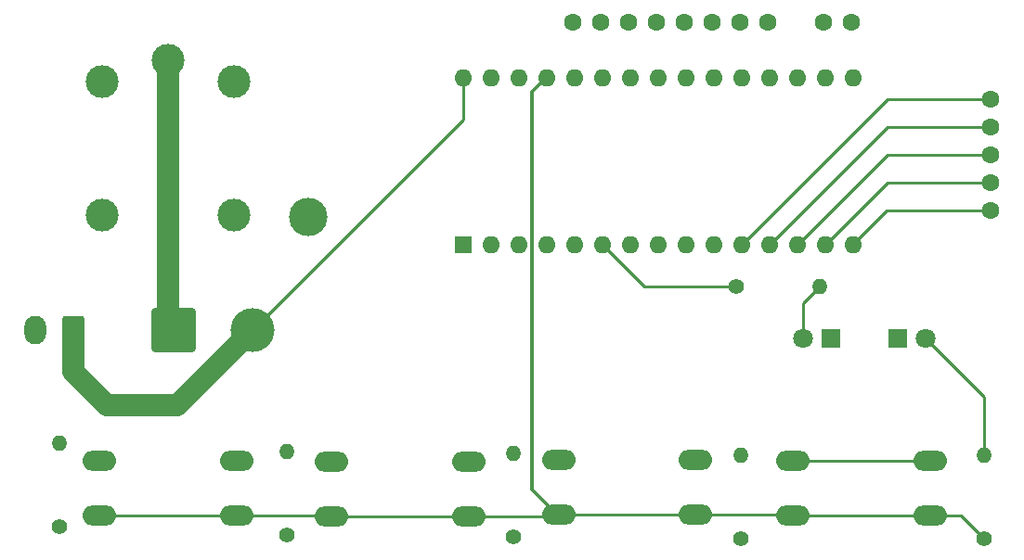
<source format=gbr>
%TF.GenerationSoftware,KiCad,Pcbnew,(6.0.7)*%
%TF.CreationDate,2023-08-25T11:33:14-04:00*%
%TF.ProjectId,Timer V4,54696d65-7220-4563-942e-6b696361645f,rev?*%
%TF.SameCoordinates,Original*%
%TF.FileFunction,Copper,L2,Bot*%
%TF.FilePolarity,Positive*%
%FSLAX46Y46*%
G04 Gerber Fmt 4.6, Leading zero omitted, Abs format (unit mm)*
G04 Created by KiCad (PCBNEW (6.0.7)) date 2023-08-25 11:33:14*
%MOMM*%
%LPD*%
G01*
G04 APERTURE LIST*
G04 Aperture macros list*
%AMRoundRect*
0 Rectangle with rounded corners*
0 $1 Rounding radius*
0 $2 $3 $4 $5 $6 $7 $8 $9 X,Y pos of 4 corners*
0 Add a 4 corners polygon primitive as box body*
4,1,4,$2,$3,$4,$5,$6,$7,$8,$9,$2,$3,0*
0 Add four circle primitives for the rounded corners*
1,1,$1+$1,$2,$3*
1,1,$1+$1,$4,$5*
1,1,$1+$1,$6,$7*
1,1,$1+$1,$8,$9*
0 Add four rect primitives between the rounded corners*
20,1,$1+$1,$2,$3,$4,$5,0*
20,1,$1+$1,$4,$5,$6,$7,0*
20,1,$1+$1,$6,$7,$8,$9,0*
20,1,$1+$1,$8,$9,$2,$3,0*%
G04 Aperture macros list end*
%TA.AperFunction,ComponentPad*%
%ADD10C,3.500000*%
%TD*%
%TA.AperFunction,ComponentPad*%
%ADD11C,1.600000*%
%TD*%
%TA.AperFunction,ComponentPad*%
%ADD12RoundRect,0.250000X0.750000X1.050000X-0.750000X1.050000X-0.750000X-1.050000X0.750000X-1.050000X0*%
%TD*%
%TA.AperFunction,ComponentPad*%
%ADD13O,2.000000X2.600000*%
%TD*%
%TA.AperFunction,ComponentPad*%
%ADD14O,3.048000X1.850000*%
%TD*%
%TA.AperFunction,ComponentPad*%
%ADD15C,1.400000*%
%TD*%
%TA.AperFunction,ComponentPad*%
%ADD16O,1.400000X1.400000*%
%TD*%
%TA.AperFunction,ComponentPad*%
%ADD17C,4.000000*%
%TD*%
%TA.AperFunction,ComponentPad*%
%ADD18RoundRect,0.250000X-1.750000X-1.750000X1.750000X-1.750000X1.750000X1.750000X-1.750000X1.750000X0*%
%TD*%
%TA.AperFunction,ComponentPad*%
%ADD19C,3.000000*%
%TD*%
%TA.AperFunction,ComponentPad*%
%ADD20R,1.800000X1.800000*%
%TD*%
%TA.AperFunction,ComponentPad*%
%ADD21C,1.800000*%
%TD*%
%TA.AperFunction,ComponentPad*%
%ADD22R,1.600000X1.600000*%
%TD*%
%TA.AperFunction,ComponentPad*%
%ADD23O,1.600000X1.600000*%
%TD*%
%TA.AperFunction,Conductor*%
%ADD24C,0.250000*%
%TD*%
%TA.AperFunction,Conductor*%
%ADD25C,0.350000*%
%TD*%
%TA.AperFunction,Conductor*%
%ADD26C,2.000000*%
%TD*%
G04 APERTURE END LIST*
D10*
%TO.P,GND,*%
%TO.N,*%
X135255000Y-71755000D03*
%TD*%
D11*
%TO.P,D10,*%
%TO.N,unconnected-(A1-Pad13)*%
X197485000Y-66040000D03*
%TD*%
%TO.P,D9,*%
%TO.N,unconnected-(A1-Pad12)*%
X197485000Y-63500000D03*
%TD*%
%TO.P,D11,*%
%TO.N,unconnected-(A1-Pad14)*%
X197485000Y-68580000D03*
%TD*%
%TO.P,D12,*%
%TO.N,unconnected-(A1-Pad15)*%
X197485000Y-71120000D03*
%TD*%
%TO.P,D8,*%
%TO.N,unconnected-(A1-Pad11)*%
X197485000Y-60960000D03*
%TD*%
%TO.P,3.3V,*%
%TO.N,unconnected-(A1-Pad17)*%
X182245000Y-53975000D03*
%TD*%
%TO.P,A4,*%
%TO.N,unconnected-(A1-Pad23)*%
X167005000Y-53975000D03*
%TD*%
%TO.P,A5,*%
%TO.N,unconnected-(A1-Pad24)*%
X164465000Y-53975000D03*
%TD*%
%TO.P,D13,*%
%TO.N,unconnected-(A1-Pad16)*%
X184785000Y-53975000D03*
%TD*%
%TO.P,A3,*%
%TO.N,unconnected-(A1-Pad22)*%
X169545000Y-53975000D03*
%TD*%
%TO.P,A2,*%
%TO.N,unconnected-(A1-Pad21)*%
X172085000Y-53975000D03*
%TD*%
%TO.P,A7,*%
%TO.N,unconnected-(A1-Pad26)*%
X159385000Y-53975000D03*
%TD*%
%TO.P,A6,*%
%TO.N,unconnected-(A1-Pad25)*%
X161925000Y-53975000D03*
%TD*%
%TO.P,A0,*%
%TO.N,unconnected-(A1-Pad19)*%
X177165000Y-53975000D03*
%TD*%
%TO.P,A1,*%
%TO.N,unconnected-(A1-Pad20)*%
X174625000Y-53975000D03*
%TD*%
D12*
%TO.P,V1,1,+*%
%TO.N,Net-(A1-Pad30)*%
X113836000Y-82042000D03*
D13*
%TO.P,V1,2,-*%
%TO.N,/GND*%
X110336000Y-82042000D03*
%TD*%
D14*
%TO.P,SW4,1,1*%
%TO.N,Net-(A1-Pad10)*%
X191914000Y-94020000D03*
X179414000Y-94020000D03*
%TO.P,SW4,2,2*%
%TO.N,Net-(A1-Pad27)*%
X191914000Y-99020000D03*
X179414000Y-99020000D03*
%TD*%
%TO.P,SW3,2,2*%
%TO.N,Net-(A1-Pad27)*%
X158058485Y-98893000D03*
X170558485Y-98893000D03*
%TO.P,SW3,1,1*%
%TO.N,Net-(A1-Pad9)*%
X158058485Y-93893000D03*
X170558485Y-93893000D03*
%TD*%
%TO.P,SW2,1,1*%
%TO.N,Net-(A1-Pad27)*%
X137359891Y-99083500D03*
X149859891Y-99083500D03*
%TO.P,SW2,2,2*%
%TO.N,Net-(A1-Pad8)*%
X137359891Y-94083500D03*
X149859891Y-94083500D03*
%TD*%
%TO.P,SW1,1,1*%
%TO.N,Net-(A1-Pad27)*%
X116188000Y-99020000D03*
X128688000Y-99020000D03*
%TO.P,SW1,2,2*%
%TO.N,Net-(A1-Pad7)*%
X116188000Y-94020000D03*
X128688000Y-94020000D03*
%TD*%
D15*
%TO.P,R6,1*%
%TO.N,Net-(A1-Pad27)*%
X196850000Y-101155500D03*
D16*
%TO.P,R6,2*%
%TO.N,Net-(D2-Pad2)*%
X196850000Y-93535500D03*
%TD*%
%TO.P,R5,2*%
%TO.N,Net-(D1-Pad2)*%
X181864000Y-78105000D03*
D15*
%TO.P,R5,1*%
%TO.N,Net-(A1-Pad6)*%
X174244000Y-78105000D03*
%TD*%
%TO.P,R4,1*%
%TO.N,/GND*%
X174677782Y-101155500D03*
D16*
%TO.P,R4,2*%
%TO.N,Net-(A1-Pad10)*%
X174677782Y-93535500D03*
%TD*%
D15*
%TO.P,R3,1*%
%TO.N,/GND*%
X153959188Y-100965000D03*
D16*
%TO.P,R3,2*%
%TO.N,Net-(A1-Pad9)*%
X153959188Y-93345000D03*
%TD*%
D15*
%TO.P,R2,1*%
%TO.N,/GND*%
X133240594Y-100774500D03*
D16*
%TO.P,R2,2*%
%TO.N,Net-(A1-Pad8)*%
X133240594Y-93154500D03*
%TD*%
D15*
%TO.P,R1,1*%
%TO.N,/GND*%
X112522000Y-100012500D03*
D16*
%TO.P,R1,2*%
%TO.N,Net-(A1-Pad7)*%
X112522000Y-92392500D03*
%TD*%
D17*
%TO.P,LS1,2,2*%
%TO.N,Net-(A1-Pad30)*%
X130136000Y-82042000D03*
D18*
%TO.P,LS1,1,1*%
%TO.N,Net-(LS1-Pad1)*%
X122936000Y-82042000D03*
%TD*%
D19*
%TO.P,Relay,11*%
%TO.N,Net-(LS1-Pad1)*%
X122428000Y-57404000D03*
%TO.P,Relay,12*%
%TO.N,unconnected-(Relay1-Pad12)*%
X128428000Y-71604000D03*
%TO.P,Relay,14*%
%TO.N,/GND*%
X116428000Y-71604000D03*
%TO.P,Relay,A1*%
X116428000Y-59404000D03*
%TO.P,Relay,A2*%
%TO.N,Net-(A1-Pad5)*%
X128428000Y-59404000D03*
%TD*%
D20*
%TO.P,D2,1,K*%
%TO.N,/GND*%
X188971000Y-82804000D03*
D21*
%TO.P,D2,2,A*%
%TO.N,Net-(D2-Pad2)*%
X191511000Y-82804000D03*
%TD*%
D20*
%TO.P,D1,1,K*%
%TO.N,/GND*%
X182885000Y-82804000D03*
D21*
%TO.P,D1,2,A*%
%TO.N,Net-(D1-Pad2)*%
X180345000Y-82804000D03*
%TD*%
D22*
%TO.P,A1,1,D1/TX*%
%TO.N,unconnected-(A1-Pad1)*%
X149352000Y-74285000D03*
D23*
%TO.P,A1,2,D0/RX*%
%TO.N,unconnected-(A1-Pad2)*%
X151892000Y-74285000D03*
%TO.P,A1,3,~{RESET}*%
%TO.N,unconnected-(A1-Pad3)*%
X154432000Y-74285000D03*
%TO.P,A1,4,GND*%
%TO.N,/GND*%
X156972000Y-74285000D03*
%TO.P,A1,5,D2*%
%TO.N,Net-(A1-Pad5)*%
X159512000Y-74285000D03*
%TO.P,A1,6,D3*%
%TO.N,Net-(A1-Pad6)*%
X162052000Y-74285000D03*
%TO.P,A1,7,D4*%
%TO.N,Net-(A1-Pad7)*%
X164592000Y-74285000D03*
%TO.P,A1,8,D5*%
%TO.N,Net-(A1-Pad8)*%
X167132000Y-74285000D03*
%TO.P,A1,9,D6*%
%TO.N,Net-(A1-Pad9)*%
X169672000Y-74285000D03*
%TO.P,A1,10,D7*%
%TO.N,Net-(A1-Pad10)*%
X172212000Y-74285000D03*
%TO.P,A1,11,D8*%
%TO.N,unconnected-(A1-Pad11)*%
X174752000Y-74285000D03*
%TO.P,A1,12,D9*%
%TO.N,unconnected-(A1-Pad12)*%
X177292000Y-74285000D03*
%TO.P,A1,13,D10*%
%TO.N,unconnected-(A1-Pad13)*%
X179832000Y-74285000D03*
%TO.P,A1,14,D11*%
%TO.N,unconnected-(A1-Pad14)*%
X182372000Y-74285000D03*
%TO.P,A1,15,D12*%
%TO.N,unconnected-(A1-Pad15)*%
X184912000Y-74285000D03*
%TO.P,A1,16,D13*%
%TO.N,unconnected-(A1-Pad16)*%
X184912000Y-59045000D03*
%TO.P,A1,17,3V3*%
%TO.N,unconnected-(A1-Pad17)*%
X182372000Y-59045000D03*
%TO.P,A1,18,AREF*%
%TO.N,unconnected-(A1-Pad18)*%
X179832000Y-59045000D03*
%TO.P,A1,19,A0*%
%TO.N,unconnected-(A1-Pad19)*%
X177292000Y-59045000D03*
%TO.P,A1,20,A1*%
%TO.N,unconnected-(A1-Pad20)*%
X174752000Y-59045000D03*
%TO.P,A1,21,A2*%
%TO.N,unconnected-(A1-Pad21)*%
X172212000Y-59045000D03*
%TO.P,A1,22,A3*%
%TO.N,unconnected-(A1-Pad22)*%
X169672000Y-59045000D03*
%TO.P,A1,23,A4*%
%TO.N,unconnected-(A1-Pad23)*%
X167132000Y-59045000D03*
%TO.P,A1,24,A5*%
%TO.N,unconnected-(A1-Pad24)*%
X164592000Y-59045000D03*
%TO.P,A1,25,A6*%
%TO.N,unconnected-(A1-Pad25)*%
X162052000Y-59045000D03*
%TO.P,A1,26,A7*%
%TO.N,unconnected-(A1-Pad26)*%
X159512000Y-59045000D03*
%TO.P,A1,27,+5V*%
%TO.N,Net-(A1-Pad27)*%
X156972000Y-59045000D03*
%TO.P,A1,28,~{RESET}*%
%TO.N,unconnected-(A1-Pad28)*%
X154432000Y-59045000D03*
%TO.P,A1,29,GND*%
%TO.N,unconnected-(A1-Pad29)*%
X151892000Y-59045000D03*
%TO.P,A1,30,VIN*%
%TO.N,Net-(A1-Pad30)*%
X149352000Y-59045000D03*
%TD*%
D24*
%TO.N,unconnected-(A1-Pad15)*%
X187960000Y-71120000D02*
X197485000Y-71120000D01*
X184912000Y-74168000D02*
X187960000Y-71120000D01*
X184912000Y-74285000D02*
X184912000Y-74168000D01*
%TO.N,unconnected-(A1-Pad14)*%
X197485000Y-68580000D02*
X188077000Y-68580000D01*
X188077000Y-68580000D02*
X182372000Y-74285000D01*
%TO.N,unconnected-(A1-Pad13)*%
X188077000Y-66040000D02*
X197485000Y-66040000D01*
X179832000Y-74285000D02*
X188077000Y-66040000D01*
%TO.N,unconnected-(A1-Pad12)*%
X188077000Y-63500000D02*
X177292000Y-74285000D01*
X197485000Y-63500000D02*
X188077000Y-63500000D01*
%TO.N,unconnected-(A1-Pad11)*%
X188077000Y-60960000D02*
X174752000Y-74285000D01*
X197485000Y-60960000D02*
X188077000Y-60960000D01*
%TO.N,Net-(A1-Pad30)*%
X149352000Y-59045000D02*
X149352000Y-62826000D01*
X130136000Y-82042000D02*
X149352000Y-62826000D01*
D25*
%TO.N,Net-(A1-Pad27)*%
X155666757Y-96611757D02*
X158023242Y-98968242D01*
X155666757Y-60350243D02*
X155666757Y-96611757D01*
X156936757Y-59080243D02*
X155666757Y-60350243D01*
D24*
%TO.N,Net-(A1-Pad6)*%
X165872000Y-78105000D02*
X174244000Y-78105000D01*
X162052000Y-74285000D02*
X165872000Y-78105000D01*
%TO.N,Net-(D1-Pad2)*%
X181864000Y-78105000D02*
X180345000Y-79624000D01*
X180345000Y-79624000D02*
X180345000Y-82804000D01*
D26*
%TO.N,Net-(A1-Pad30)*%
X123278000Y-88900000D02*
X130136000Y-82042000D01*
X116840000Y-88900000D02*
X123278000Y-88900000D01*
X113836000Y-85896000D02*
X116840000Y-88900000D01*
X113836000Y-82042000D02*
X113836000Y-85896000D01*
D24*
%TO.N,Net-(A1-Pad10)*%
X179414000Y-94020000D02*
X191914000Y-94020000D01*
%TO.N,Net-(LS1-Pad1)*%
X122428000Y-81534000D02*
X122936000Y-82042000D01*
D26*
X122428000Y-57404000D02*
X122428000Y-81534000D01*
D24*
%TO.N,Net-(D2-Pad2)*%
X196850000Y-88143000D02*
X196850000Y-93535500D01*
X191511000Y-82804000D02*
X196850000Y-88143000D01*
%TO.N,Net-(A1-Pad27)*%
X191914000Y-99020000D02*
X194714500Y-99020000D01*
X194714500Y-99020000D02*
X196850000Y-101155500D01*
X179414000Y-99020000D02*
X191914000Y-99020000D01*
X170558485Y-98893000D02*
X179287000Y-98893000D01*
X179287000Y-98893000D02*
X179414000Y-99020000D01*
X158058485Y-98893000D02*
X170558485Y-98893000D01*
X157867985Y-99083500D02*
X158058485Y-98893000D01*
X149859891Y-99083500D02*
X157867985Y-99083500D01*
X137359891Y-99083500D02*
X149859891Y-99083500D01*
X137296391Y-99020000D02*
X137359891Y-99083500D01*
X128688000Y-99020000D02*
X137296391Y-99020000D01*
X116188000Y-99020000D02*
X128688000Y-99020000D01*
%TD*%
M02*

</source>
